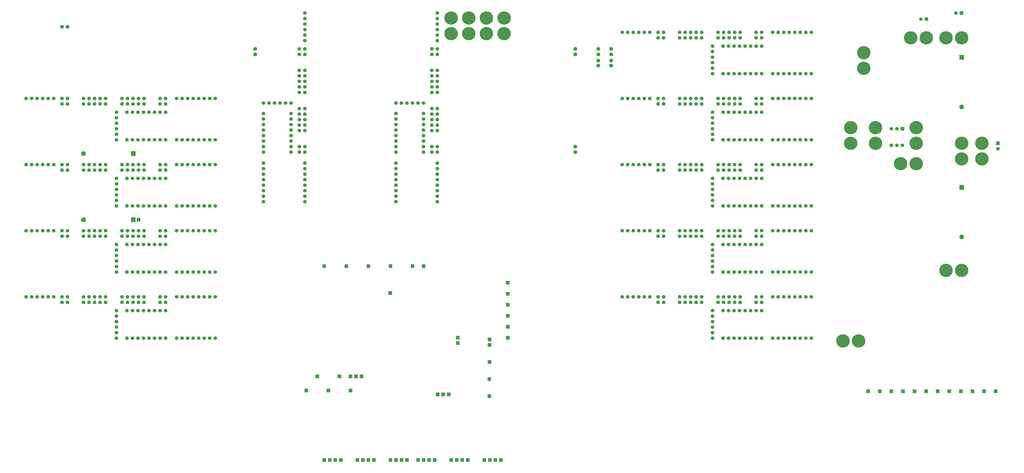
<source format=gbr>
G04 start of page 9 for group -4062 idx -4062 *
G04 Title: (unknown), soldermask *
G04 Creator: pcb 4.2.0 *
G04 CreationDate: Thu Sep 17 11:09:15 2020 UTC *
G04 For: commonadmin *
G04 Format: Gerber/RS-274X *
G04 PCB-Dimensions (mil): 18000.00 11000.00 *
G04 PCB-Coordinate-Origin: lower left *
%MOIN*%
%FSLAX25Y25*%
%LNBOTTOMMASK*%
%ADD79C,0.0700*%
%ADD78C,0.0860*%
%ADD77C,0.0610*%
%ADD76C,0.0001*%
%ADD75C,0.2422*%
%ADD74C,0.0660*%
G54D74*X1367500Y975000D03*
X1377500D03*
X1387500D03*
X1397500D03*
X1407500D03*
X1417500D03*
X1427500D03*
X1437500D03*
G54D75*X1532500Y1012846D03*
Y984500D03*
G54D76*G36*
X1705700Y1008800D02*Y1000200D01*
X1714300D01*
Y1008800D01*
X1705700D01*
G37*
G54D74*X1367500Y1050000D03*
X1347500D03*
Y1040000D03*
X1377500Y1050000D03*
X1387500D03*
X1397500D03*
X1407500D03*
X1417500D03*
X1427500D03*
X1437500D03*
X1337500Y1040000D03*
Y1050000D03*
X1308500D03*
Y1040000D03*
G54D75*X1646000D03*
X1617654D03*
G54D74*X1219000D03*
X1209000Y1050000D03*
X1199000D03*
X1209000Y1040000D03*
X1199000D03*
X1170000D03*
X1160000D03*
X1170000Y1050000D03*
X1160000D03*
X1145000D03*
X1135000D03*
X1125000D03*
X1115000D03*
X1105000D03*
X1095000D03*
G54D75*X1709846Y1040000D03*
X1681500D03*
G54D76*G36*
X1706200Y1088300D02*Y1081700D01*
X1712800D01*
Y1088300D01*
X1706200D01*
G37*
G54D74*X1699500Y1085000D03*
G54D76*G36*
X1642950Y1077050D02*Y1070950D01*
X1649050D01*
Y1077050D01*
X1642950D01*
G37*
G54D77*X1636000Y1074000D03*
G54D74*X1277500Y975000D03*
X1287500D03*
X1297500D03*
X1307500D03*
X1317500D03*
X1327500D03*
X1337500D03*
X1347500D03*
X1258500D03*
Y985000D03*
Y995000D03*
Y1005000D03*
Y1015000D03*
Y1025000D03*
X1277500D03*
X1287500D03*
X1297500D03*
X1307500D03*
X1317500D03*
X1327500D03*
X1337500D03*
X1347500D03*
X1298500Y1050000D03*
X1288500D03*
X1278500D03*
X1268500D03*
X1298500Y1040000D03*
X1288500D03*
X1278500D03*
X1268500D03*
X1239000D03*
X1229000D03*
X1239000Y1050000D03*
X1229000D03*
X1219000D03*
X287500Y495000D03*
X297500D03*
X307500D03*
X317500D03*
X327500D03*
X337500D03*
X347500D03*
X357500D03*
X197500D03*
X207500D03*
X217500D03*
X227500D03*
X237500D03*
X247500D03*
X257500D03*
X267500D03*
X178500D03*
Y505000D03*
Y515000D03*
Y525000D03*
Y535000D03*
Y545000D03*
X197500D03*
X207500D03*
X217500D03*
X227500D03*
X237500D03*
X247500D03*
X257500D03*
X267500D03*
X287500Y570000D03*
X267500D03*
Y560000D03*
X297500Y570000D03*
X307500D03*
X317500D03*
X327500D03*
X337500D03*
X347500D03*
X357500D03*
X257500Y560000D03*
Y570000D03*
X228500D03*
Y560000D03*
G54D76*G36*
X591700Y628800D02*Y622200D01*
X598300D01*
Y628800D01*
X591700D01*
G37*
G36*
X551700D02*Y622200D01*
X558300D01*
Y628800D01*
X551700D01*
G37*
G54D74*X218500Y570000D03*
X208500D03*
X198500D03*
X188500D03*
X218500Y560000D03*
X208500D03*
X198500D03*
X188500D03*
X159000D03*
X149000D03*
X159000Y570000D03*
X149000D03*
X139000D03*
Y560000D03*
X129000Y570000D03*
X119000D03*
X129000Y560000D03*
X119000D03*
X90000D03*
X80000D03*
X90000Y570000D03*
X80000D03*
X65000D03*
X55000D03*
X45000D03*
X35000D03*
X25000D03*
X15000D03*
X197500Y615000D03*
X207500D03*
X217500D03*
X227500D03*
X237500D03*
X247500D03*
X257500D03*
X267500D03*
X178500D03*
Y625000D03*
Y635000D03*
Y645000D03*
Y655000D03*
Y665000D03*
X197500D03*
X207500D03*
X217500D03*
X227500D03*
X237500D03*
X247500D03*
X257500D03*
X267500D03*
X218500Y690000D03*
Y680000D03*
X208500D03*
X198500D03*
X188500D03*
X208500Y690000D03*
X198500D03*
X188500D03*
X159000D03*
X149000D03*
X139000D03*
G54D78*X119000Y710000D03*
G54D76*G36*
X215200Y713300D02*Y706700D01*
X221800D01*
Y713300D01*
X215200D01*
G37*
G54D74*X159000Y680000D03*
X149000D03*
X139000D03*
X129000Y690000D03*
X119000D03*
X129000Y680000D03*
X119000D03*
X90000D03*
X80000D03*
X90000Y690000D03*
X80000D03*
X65000D03*
X55000D03*
X45000D03*
X35000D03*
X25000D03*
X15000D03*
X287500Y855000D03*
Y930000D03*
X297500D03*
X307500D03*
X317500D03*
X327500D03*
X337500D03*
X347500D03*
X357500D03*
X297500Y855000D03*
X307500D03*
X317500D03*
X327500D03*
X337500D03*
X347500D03*
X357500D03*
X317500Y810000D03*
X327500D03*
X337500D03*
X347500D03*
X357500D03*
X287500D03*
X297500D03*
X307500D03*
X228500D03*
X218500D03*
X208500D03*
X267500D03*
Y800000D03*
X257500D03*
Y810000D03*
X228500Y800000D03*
X218500D03*
X208500D03*
G54D76*G36*
X204700Y834300D02*Y825700D01*
X213300D01*
Y834300D01*
X204700D01*
G37*
G54D74*X198500Y810000D03*
Y800000D03*
X188500D03*
Y810000D03*
X159000D03*
X149000D03*
X139000D03*
X129000D03*
X119000D03*
X159000Y800000D03*
X149000D03*
X139000D03*
X129000D03*
X119000D03*
X197500Y855000D03*
X207500D03*
X217500D03*
X227500D03*
X237500D03*
X247500D03*
X257500D03*
X267500D03*
X178500D03*
Y865000D03*
Y875000D03*
Y885000D03*
Y895000D03*
Y905000D03*
X197500D03*
X207500D03*
X217500D03*
X227500D03*
X237500D03*
X247500D03*
X257500D03*
X267500D03*
Y930000D03*
Y920000D03*
X257500D03*
Y930000D03*
X228500D03*
Y920000D03*
X218500Y930000D03*
Y920000D03*
X208500Y930000D03*
Y920000D03*
X198500Y930000D03*
X188500D03*
X198500Y920000D03*
X188500D03*
X159000D03*
X149000D03*
X139000D03*
X129000D03*
X159000Y930000D03*
X149000D03*
X139000D03*
X129000D03*
X119000D03*
Y920000D03*
X90000Y930000D03*
X80000D03*
X65000D03*
X90000Y920000D03*
X80000D03*
X55000Y930000D03*
X45000D03*
X35000D03*
X25000D03*
X15000D03*
X317500Y615000D03*
X327500D03*
X337500D03*
X347500D03*
X287500D03*
X297500D03*
X307500D03*
X357500D03*
X307500Y690000D03*
X317500D03*
X327500D03*
X337500D03*
X347500D03*
X357500D03*
X287500D03*
X267500D03*
Y680000D03*
X297500Y690000D03*
X287500Y735000D03*
X297500D03*
X307500D03*
X317500D03*
X327500D03*
X337500D03*
X347500D03*
X357500D03*
X267500D03*
X257500Y680000D03*
Y690000D03*
X228500D03*
Y680000D03*
X257500Y735000D03*
G54D76*G36*
X204700Y714300D02*Y705700D01*
X213300D01*
Y714300D01*
X204700D01*
G37*
G54D74*X197500Y735000D03*
X207500D03*
X217500D03*
X227500D03*
X237500D03*
X247500D03*
X178500D03*
Y745000D03*
Y755000D03*
Y765000D03*
Y775000D03*
Y785000D03*
X197500D03*
X207500D03*
X217500D03*
X227500D03*
X237500D03*
X247500D03*
X257500D03*
X267500D03*
X90000Y810000D03*
X80000D03*
X65000D03*
X90000Y800000D03*
X80000D03*
X55000Y810000D03*
X45000D03*
X35000D03*
X25000D03*
X15000D03*
G54D78*X119000Y830000D03*
G54D74*X445000Y812500D03*
X520000D03*
X445000Y802500D03*
Y792500D03*
Y782500D03*
Y772500D03*
Y762500D03*
Y752500D03*
Y742500D03*
X520000Y802500D03*
Y792500D03*
Y782500D03*
Y772500D03*
Y762500D03*
Y752500D03*
Y742500D03*
Y832500D03*
X510000D03*
Y842500D03*
X520000D03*
X445000Y902500D03*
Y921500D03*
X455000D03*
X445000Y892500D03*
X465000Y921500D03*
X475000D03*
X485000D03*
X495000D03*
Y902500D03*
X445000Y882500D03*
Y872500D03*
Y862500D03*
Y852500D03*
Y842500D03*
Y832500D03*
X495000Y862500D03*
Y852500D03*
Y842500D03*
Y832500D03*
Y892500D03*
Y882500D03*
Y872500D03*
X520000Y871500D03*
X510000D03*
Y881500D03*
Y891500D03*
Y901500D03*
X520000Y881500D03*
Y891500D03*
Y901500D03*
Y911500D03*
Y941000D03*
Y951000D03*
X510000Y911500D03*
Y941000D03*
Y951000D03*
X520000Y961000D03*
Y971000D03*
Y981000D03*
Y1010000D03*
X510000Y961000D03*
Y971000D03*
Y981000D03*
Y1010000D03*
Y1020000D03*
X520000D03*
Y1035000D03*
Y1045000D03*
Y1055000D03*
Y1065000D03*
Y1075000D03*
Y1085000D03*
X1367500Y735000D03*
Y810000D03*
X1377500D03*
X1387500D03*
X1397500D03*
X1407500D03*
X1417500D03*
X1427500D03*
X1437500D03*
X1377500Y735000D03*
X1387500D03*
X1397500D03*
X1407500D03*
X1417500D03*
X1427500D03*
X1437500D03*
X1397500Y690000D03*
X1407500D03*
X1417500D03*
X1427500D03*
X1437500D03*
X1367500Y495000D03*
X1377500D03*
X1387500D03*
X1397500D03*
X1407500D03*
X1417500D03*
X1427500D03*
X1437500D03*
X1367500Y570000D03*
X1377500D03*
X1387500D03*
X1397500D03*
X1407500D03*
X1417500D03*
X1427500D03*
X1437500D03*
G54D75*X1495000Y490000D03*
X1523346D03*
G54D76*G36*
X1537200Y401800D02*Y395200D01*
X1543800D01*
Y401800D01*
X1537200D01*
G37*
G36*
X1558200D02*Y395200D01*
X1564800D01*
Y401800D01*
X1558200D01*
G37*
G36*
X1579200D02*Y395200D01*
X1585800D01*
Y401800D01*
X1579200D01*
G37*
G36*
X1600200D02*Y395200D01*
X1606800D01*
Y401800D01*
X1600200D01*
G37*
G36*
X1621200D02*Y395200D01*
X1627800D01*
Y401800D01*
X1621200D01*
G37*
G36*
X1642200D02*Y395200D01*
X1648800D01*
Y401800D01*
X1642200D01*
G37*
G36*
X1663200D02*Y395200D01*
X1669800D01*
Y401800D01*
X1663200D01*
G37*
G36*
X1684200D02*Y395200D01*
X1690800D01*
Y401800D01*
X1684200D01*
G37*
G36*
X1705200D02*Y395200D01*
X1711800D01*
Y401800D01*
X1705200D01*
G37*
G36*
X1726200D02*Y395200D01*
X1732800D01*
Y401800D01*
X1726200D01*
G37*
G36*
X1747200D02*Y395200D01*
X1753800D01*
Y401800D01*
X1747200D01*
G37*
G36*
X1768200D02*Y395200D01*
X1774800D01*
Y401800D01*
X1768200D01*
G37*
G54D74*X1278500Y810000D03*
X1268500D03*
X1278500Y800000D03*
X1268500D03*
X1239000D03*
X1229000D03*
X1219000D03*
X1209000D03*
X1239000Y810000D03*
X1229000D03*
X1219000D03*
X1209000D03*
X1199000D03*
Y800000D03*
X1170000Y810000D03*
X1160000D03*
X1145000D03*
X1170000Y800000D03*
X1160000D03*
X1135000Y810000D03*
X1125000D03*
X1115000D03*
X1105000D03*
X1095000D03*
X1367500Y615000D03*
X1377500D03*
X1387500D03*
X1397500D03*
X1407500D03*
X1417500D03*
X1427500D03*
X1437500D03*
X1297500D03*
X1307500D03*
X1317500D03*
X1327500D03*
X1337500D03*
X1347500D03*
X1277500D03*
X1258500D03*
Y625000D03*
Y635000D03*
Y645000D03*
Y655000D03*
Y665000D03*
X1287500D03*
X1297500D03*
X1307500D03*
X1317500D03*
X1327500D03*
X1337500D03*
X1347500D03*
X1287500Y615000D03*
X1277500Y735000D03*
X1287500D03*
X1297500D03*
X1307500D03*
X1317500D03*
X1327500D03*
X1337500D03*
X1347500D03*
X1258500D03*
Y745000D03*
Y755000D03*
Y765000D03*
Y775000D03*
Y785000D03*
X1277500D03*
X1287500D03*
X1297500D03*
X1307500D03*
X1317500D03*
X1327500D03*
X1337500D03*
X1347500D03*
Y810000D03*
Y800000D03*
X1337500D03*
Y810000D03*
X1308500D03*
Y800000D03*
X1298500Y810000D03*
Y800000D03*
X1288500Y810000D03*
Y800000D03*
X1367500Y690000D03*
X1377500D03*
X1387500D03*
X1308500D03*
X1298500D03*
X1288500D03*
X1347500D03*
Y680000D03*
X1337500D03*
Y690000D03*
X1308500Y680000D03*
X1298500D03*
X1288500D03*
X1278500Y690000D03*
Y680000D03*
X1268500D03*
Y690000D03*
X1239000D03*
X1229000D03*
X1219000D03*
X1209000D03*
X1199000D03*
X1239000Y680000D03*
X1229000D03*
X1219000D03*
X1209000D03*
X1199000D03*
X1170000Y690000D03*
X1160000D03*
X1145000D03*
X1170000Y680000D03*
X1160000D03*
X1135000Y690000D03*
X1125000D03*
X1115000D03*
X1105000D03*
X1095000D03*
X1287500Y495000D03*
X1297500D03*
X1307500D03*
X1317500D03*
X1327500D03*
X1337500D03*
X1277500Y665000D03*
Y495000D03*
Y545000D03*
X1258500Y525000D03*
Y535000D03*
Y545000D03*
X1287500D03*
X1297500D03*
X1307500D03*
X1317500D03*
X1278500Y560000D03*
X1268500Y570000D03*
Y560000D03*
X1258500Y495000D03*
Y505000D03*
Y515000D03*
X1347500Y495000D03*
G54D76*G36*
X884200Y518800D02*Y512200D01*
X890800D01*
Y518800D01*
X884200D01*
G37*
G36*
X851200Y485800D02*Y479200D01*
X857800D01*
Y485800D01*
X851200D01*
G37*
G36*
Y495800D02*Y489200D01*
X857800D01*
Y495800D01*
X851200D01*
G37*
G36*
Y454800D02*Y448200D01*
X857800D01*
Y454800D01*
X851200D01*
G37*
G36*
X884200Y498800D02*Y492200D01*
X890800D01*
Y498800D01*
X884200D01*
G37*
G36*
X793700Y499300D02*Y492700D01*
X800300D01*
Y499300D01*
X793700D01*
G37*
G36*
Y489300D02*Y482700D01*
X800300D01*
Y489300D01*
X793700D01*
G37*
G54D74*X1327500Y545000D03*
X1337500D03*
X1347500D03*
Y570000D03*
Y560000D03*
X1337500D03*
Y570000D03*
X1308500D03*
Y560000D03*
X1298500Y570000D03*
Y560000D03*
X1288500Y570000D03*
Y560000D03*
X1278500Y570000D03*
X1239000D03*
Y560000D03*
X1229000Y570000D03*
Y560000D03*
X1219000Y570000D03*
Y560000D03*
X1209000Y570000D03*
Y560000D03*
X1199000D03*
Y570000D03*
X1170000D03*
Y560000D03*
X1160000D03*
Y570000D03*
X1145000D03*
X1135000D03*
X1125000D03*
X1115000D03*
X1105000D03*
X1095000D03*
G54D76*G36*
X884200Y598800D02*Y592200D01*
X890800D01*
Y598800D01*
X884200D01*
G37*
G36*
X711700Y628800D02*Y622200D01*
X718300D01*
Y628800D01*
X711700D01*
G37*
G36*
X731700D02*Y622200D01*
X738300D01*
Y628800D01*
X731700D01*
G37*
G36*
X671700D02*Y622200D01*
X678300D01*
Y628800D01*
X671700D01*
G37*
G36*
X631700D02*Y622200D01*
X638300D01*
Y628800D01*
X631700D01*
G37*
G36*
X671200Y580300D02*Y573700D01*
X677800D01*
Y580300D01*
X671200D01*
G37*
G36*
X884200Y578800D02*Y572200D01*
X890800D01*
Y578800D01*
X884200D01*
G37*
G36*
Y538800D02*Y532200D01*
X890800D01*
Y538800D01*
X884200D01*
G37*
G36*
Y558800D02*Y552200D01*
X890800D01*
Y558800D01*
X884200D01*
G37*
G36*
X871700Y277300D02*Y270700D01*
X878300D01*
Y277300D01*
X871700D01*
G37*
G36*
X861700D02*Y270700D01*
X868300D01*
Y277300D01*
X861700D01*
G37*
G36*
X851700D02*Y270700D01*
X858300D01*
Y277300D01*
X851700D01*
G37*
G36*
X841700D02*Y270700D01*
X848300D01*
Y277300D01*
X841700D01*
G37*
G36*
X811700D02*Y270700D01*
X818300D01*
Y277300D01*
X811700D01*
G37*
G36*
X801700D02*Y270700D01*
X808300D01*
Y277300D01*
X801700D01*
G37*
G36*
X791700D02*Y270700D01*
X798300D01*
Y277300D01*
X791700D01*
G37*
G36*
X781700D02*Y270700D01*
X788300D01*
Y277300D01*
X781700D01*
G37*
G36*
X850700Y423800D02*Y417200D01*
X857300D01*
Y423800D01*
X850700D01*
G37*
G36*
Y392800D02*Y386200D01*
X857300D01*
Y392800D01*
X850700D01*
G37*
G36*
X777200Y396300D02*Y389700D01*
X783800D01*
Y396300D01*
X777200D01*
G37*
G36*
X767200D02*Y389700D01*
X773800D01*
Y396300D01*
X767200D01*
G37*
G36*
X757200D02*Y389700D01*
X763800D01*
Y396300D01*
X757200D01*
G37*
G36*
X599200Y403300D02*Y396700D01*
X605800D01*
Y403300D01*
X599200D01*
G37*
G36*
X559200D02*Y396700D01*
X565800D01*
Y403300D01*
X559200D01*
G37*
G36*
X519200D02*Y396700D01*
X525800D01*
Y403300D01*
X519200D01*
G37*
G36*
X539200Y428800D02*Y422200D01*
X545800D01*
Y428800D01*
X539200D01*
G37*
G36*
X579200D02*Y422200D01*
X585800D01*
Y428800D01*
X579200D01*
G37*
G36*
X599200D02*Y422200D01*
X605800D01*
Y428800D01*
X599200D01*
G37*
G36*
X609200D02*Y422200D01*
X615800D01*
Y428800D01*
X609200D01*
G37*
G36*
X619200D02*Y422200D01*
X625800D01*
Y428800D01*
X619200D01*
G37*
G36*
X581700Y277300D02*Y270700D01*
X588300D01*
Y277300D01*
X581700D01*
G37*
G36*
X571700D02*Y270700D01*
X578300D01*
Y277300D01*
X571700D01*
G37*
G36*
X561700D02*Y270700D01*
X568300D01*
Y277300D01*
X561700D01*
G37*
G36*
X551700D02*Y270700D01*
X558300D01*
Y277300D01*
X551700D01*
G37*
G36*
X641700D02*Y270700D01*
X648300D01*
Y277300D01*
X641700D01*
G37*
G36*
X631700D02*Y270700D01*
X638300D01*
Y277300D01*
X631700D01*
G37*
G36*
X621700D02*Y270700D01*
X628300D01*
Y277300D01*
X621700D01*
G37*
G36*
X611700D02*Y270700D01*
X618300D01*
Y277300D01*
X611700D01*
G37*
G36*
X701700D02*Y270700D01*
X708300D01*
Y277300D01*
X701700D01*
G37*
G36*
X691700D02*Y270700D01*
X698300D01*
Y277300D01*
X691700D01*
G37*
G36*
X681700D02*Y270700D01*
X688300D01*
Y277300D01*
X681700D01*
G37*
G36*
X671700D02*Y270700D01*
X678300D01*
Y277300D01*
X671700D01*
G37*
G36*
X731700D02*Y270700D01*
X738300D01*
Y277300D01*
X731700D01*
G37*
G36*
X751700D02*Y270700D01*
X758300D01*
Y277300D01*
X751700D01*
G37*
G36*
X741700D02*Y270700D01*
X748300D01*
Y277300D01*
X741700D01*
G37*
G36*
X721700D02*Y270700D01*
X728300D01*
Y277300D01*
X721700D01*
G37*
G54D75*X881000Y1075846D03*
Y1047500D03*
X849000Y1075846D03*
Y1047500D03*
X817000Y1075846D03*
Y1047500D03*
X785000Y1075846D03*
Y1047500D03*
G54D74*X760000Y1085000D03*
Y1075000D03*
Y1065000D03*
Y1055000D03*
Y1045000D03*
Y1035000D03*
Y1020000D03*
X750000D03*
Y1010000D03*
X760000D03*
X750000Y981000D03*
X760000D03*
X750000Y971000D03*
X760000D03*
X750000Y961000D03*
Y951000D03*
Y941000D03*
X760000Y961000D03*
Y951000D03*
Y941000D03*
Y911500D03*
Y901500D03*
Y891500D03*
Y742500D03*
Y752500D03*
Y762500D03*
Y772500D03*
Y782500D03*
Y792500D03*
Y802500D03*
Y812500D03*
Y881500D03*
Y871500D03*
Y842500D03*
Y832500D03*
X750000Y871500D03*
X735000Y852500D03*
Y862500D03*
X750000Y842500D03*
Y832500D03*
X735000D03*
Y842500D03*
Y872500D03*
X750000Y911500D03*
Y901500D03*
Y891500D03*
Y881500D03*
X735000Y882500D03*
Y892500D03*
Y902500D03*
Y921500D03*
X725000D03*
X715000D03*
X705000D03*
X695000D03*
X685000D03*
Y882500D03*
Y892500D03*
Y902500D03*
Y832500D03*
Y842500D03*
Y852500D03*
Y862500D03*
Y872500D03*
Y742500D03*
Y752500D03*
Y762500D03*
Y772500D03*
Y782500D03*
Y792500D03*
Y802500D03*
Y812500D03*
X1367500Y855000D03*
Y930000D03*
X1377500Y855000D03*
X1387500D03*
X1397500D03*
X1407500D03*
X1417500D03*
X1427500D03*
X1437500D03*
X1377500Y930000D03*
X1387500D03*
X1397500D03*
X1407500D03*
X1417500D03*
X1427500D03*
X1437500D03*
X1277500Y855000D03*
X1287500D03*
X1297500D03*
X1307500D03*
X1317500D03*
X1327500D03*
X1337500D03*
X1347500D03*
X1258500D03*
Y865000D03*
Y875000D03*
Y885000D03*
Y895000D03*
Y905000D03*
X1277500D03*
X1287500D03*
X1297500D03*
X1307500D03*
X1317500D03*
X1327500D03*
X1337500D03*
X1347500D03*
X1278500Y930000D03*
X1268500D03*
X1278500Y920000D03*
X1268500D03*
X1239000D03*
X1229000D03*
X1219000D03*
X1209000D03*
X1239000Y930000D03*
X1229000D03*
X1219000D03*
X1209000D03*
X1199000D03*
Y920000D03*
X1170000Y930000D03*
X1160000D03*
X1145000D03*
X1170000Y920000D03*
X1160000D03*
X1135000Y930000D03*
X1125000D03*
X1115000D03*
X1105000D03*
X1095000D03*
G54D75*X1746500Y848500D03*
G54D76*G36*
X1772200Y851800D02*Y845200D01*
X1778800D01*
Y851800D01*
X1772200D01*
G37*
G54D74*X1775500Y838500D03*
G54D75*X1746500Y820154D03*
X1710000Y848500D03*
Y820154D03*
G54D76*G36*
X1705700Y772800D02*Y764200D01*
X1714300D01*
Y772800D01*
X1705700D01*
G37*
G54D78*X1710000Y678500D03*
G54D75*Y618000D03*
X1681654D03*
X1554000Y848654D03*
G54D74*X1582500Y845000D03*
X1592500D03*
X1602500D03*
G54D75*X1627500Y848654D03*
X1599154Y811654D03*
X1627500D03*
G54D74*X1347500Y930000D03*
Y920000D03*
X1337500D03*
Y930000D03*
X1308500D03*
Y920000D03*
X1298500Y930000D03*
Y920000D03*
X1288500Y930000D03*
Y920000D03*
G54D78*X1710000Y914500D03*
G54D75*X1554000Y877000D03*
G54D76*G36*
X1599200Y878300D02*Y871700D01*
X1605800D01*
Y878300D01*
X1599200D01*
G37*
G54D74*X1592500Y875000D03*
X1582500D03*
G54D75*X1627500Y877000D03*
X1509000D03*
Y848654D03*
G54D79*X1075000Y1020000D03*
Y1010000D03*
X1051500D03*
Y1020000D03*
X80000Y1060000D03*
X90000D03*
X1010000Y1020000D03*
X430000D03*
Y1010000D03*
X1010000D03*
Y842500D03*
Y832500D03*
X1075000Y998500D03*
X1051500D03*
X1075000Y989500D03*
X1051500D03*
M02*

</source>
